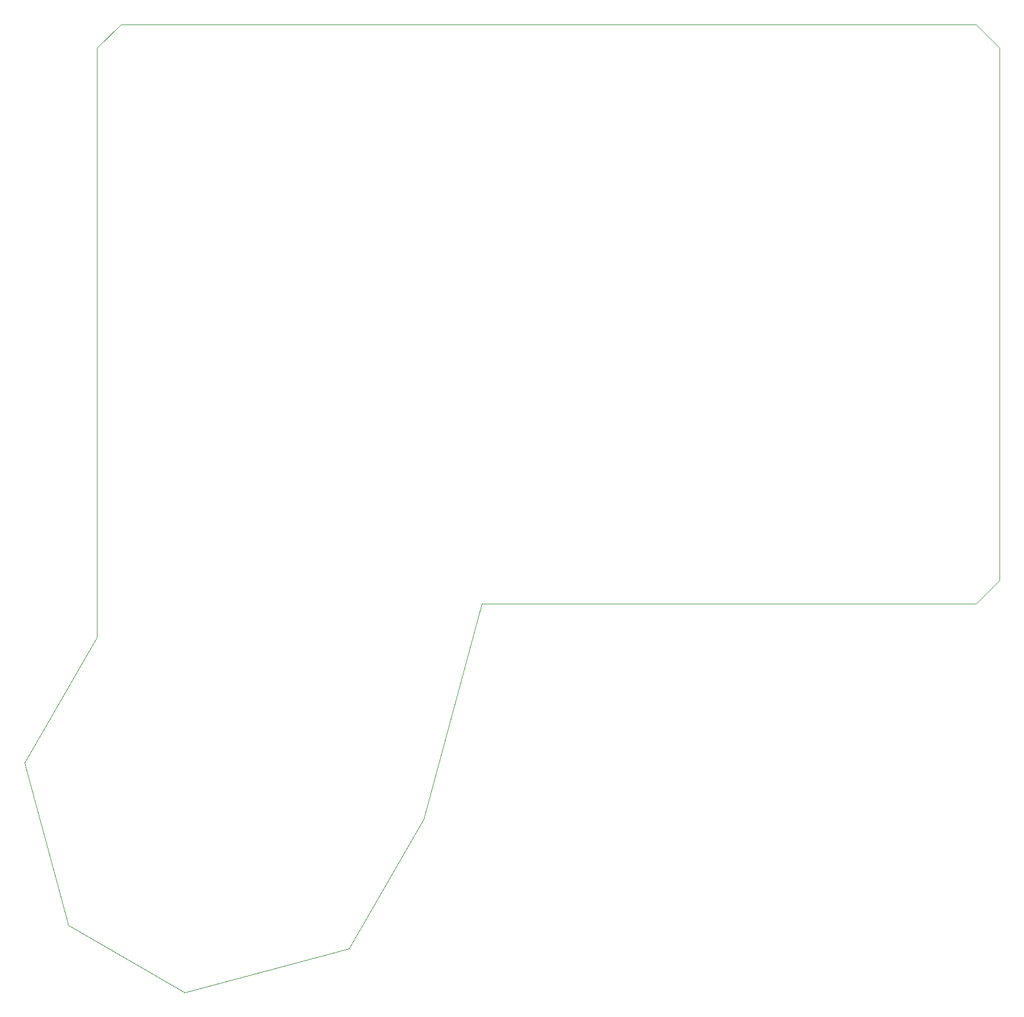
<source format=gbr>
%TF.GenerationSoftware,KiCad,Pcbnew,(6.0.11)*%
%TF.CreationDate,2023-06-02T23:59:17-07:00*%
%TF.ProjectId,MageV2,4d616765-5632-42e6-9b69-6361645f7063,rev?*%
%TF.SameCoordinates,Original*%
%TF.FileFunction,Profile,NP*%
%FSLAX46Y46*%
G04 Gerber Fmt 4.6, Leading zero omitted, Abs format (unit mm)*
G04 Created by KiCad (PCBNEW (6.0.11)) date 2023-06-02 23:59:17*
%MOMM*%
%LPD*%
G01*
G04 APERTURE LIST*
%TA.AperFunction,Profile*%
%ADD10C,0.100000*%
%TD*%
G04 APERTURE END LIST*
D10*
X209500000Y-119000000D02*
X213000000Y-115500000D01*
X116400000Y-170200000D02*
X92000000Y-176750000D01*
X79000000Y-36500000D02*
X79000000Y-124000000D01*
X209500000Y-119000000D02*
X136100000Y-119000000D01*
X82500000Y-33000000D02*
X209500000Y-33000000D01*
X213000000Y-36500000D02*
X209500000Y-33000000D01*
X127500000Y-151000000D02*
X116400000Y-170200000D01*
X127500000Y-151000000D02*
X136100000Y-119000000D01*
X79000000Y-36500000D02*
X82500000Y-33000000D01*
X213000000Y-36500000D02*
X213000000Y-115500000D01*
X68250000Y-142650000D02*
X79000000Y-124000000D01*
X74700000Y-166750000D02*
X68250000Y-142650000D01*
X92000000Y-176750000D02*
X74700000Y-166750000D01*
M02*

</source>
